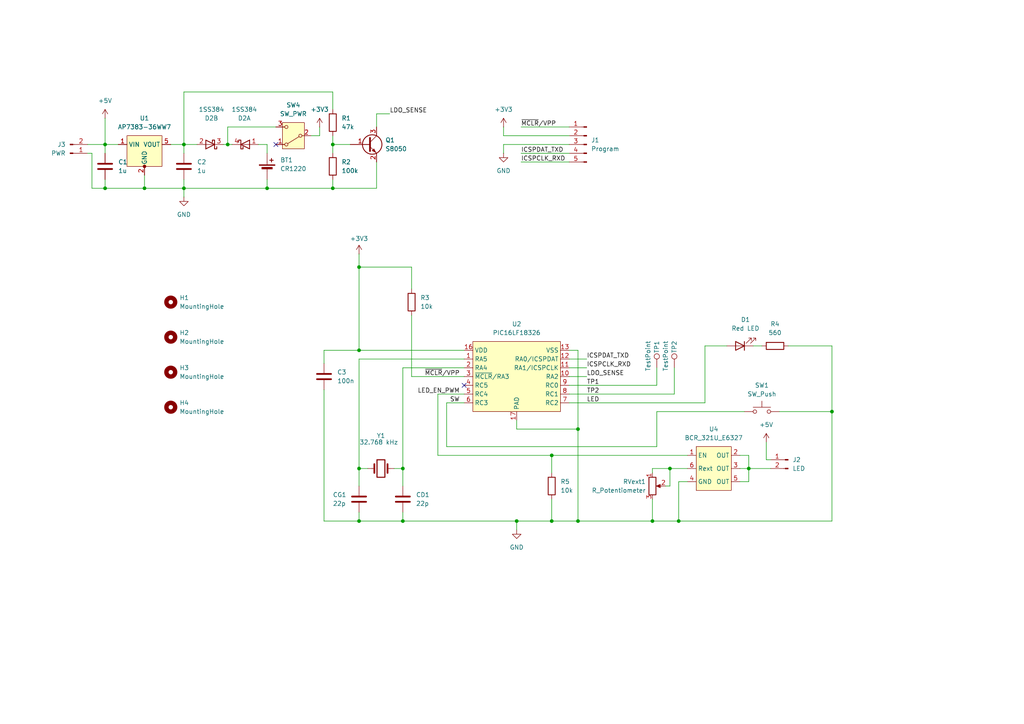
<source format=kicad_sch>
(kicad_sch (version 20231120) (generator "eeschema") (generator_version "8.0")
  (paper "A4")
  (title_block (title "LED Timer") (date "2022-12-12") (rev "1.0") (company "github.com/tomikaa87"))
  (lib_symbols
    (symbol "Connector:Conn_01x02_Pin" (pin_names (offset 1.016) hide)
      (property "Reference" "J" (at 0 2.54 0))
      (property "Value" "Conn_01x02_Pin" (at 0 -5.08 0))
      (symbol "Conn_01x02_Pin_1_1"
        (polyline (pts (xy 1.27 -2.54) (xy 0.8636 -2.54)) (stroke (width 0.1524)))
        (polyline (pts (xy 1.27 0) (xy 0.8636 0)) (stroke (width 0.1524)))
        (rectangle (start 0.8636 -2.413) (end 0 -2.667) (stroke (width 0.1524)) (fill (type outline)))
        (rectangle (start 0.8636 0.127) (end 0 -0.127) (stroke (width 0.1524)) (fill (type outline)))
        (pin passive line (at 5.08 0 180) (length 3.81) (name "Pin_1") (number "1"))
        (pin passive line (at 5.08 -2.54 180) (length 3.81) (name "Pin_2") (number "2"))
      )
    )
    (symbol "Connector:Conn_01x05_Pin" (pin_names (offset 1.016) hide)
      (property "Reference" "J" (at 0 7.62 0))
      (property "Value" "Conn_01x05_Pin" (at 0 -7.62 0))
      (symbol "Conn_01x05_Pin_1_1"
        (polyline (pts (xy 1.27 -5.08) (xy 0.8636 -5.08)) (stroke (width 0.1524)))
        (polyline (pts (xy 1.27 -2.54) (xy 0.8636 -2.54)) (stroke (width 0.1524)))
        (polyline (pts (xy 1.27 0) (xy 0.8636 0)) (stroke (width 0.1524)))
        (polyline (pts (xy 1.27 2.54) (xy 0.8636 2.54)) (stroke (width 0.1524)))
        (polyline (pts (xy 1.27 5.08) (xy 0.8636 5.08)) (stroke (width 0.1524)))
        (rectangle (start 0.8636 -4.953) (end 0 -5.207) (stroke (width 0.1524)) (fill (type outline)))
        (rectangle (start 0.8636 -2.413) (end 0 -2.667) (stroke (width 0.1524)) (fill (type outline)))
        (rectangle (start 0.8636 0.127) (end 0 -0.127) (stroke (width 0.1524)) (fill (type outline)))
        (rectangle (start 0.8636 2.667) (end 0 2.413) (stroke (width 0.1524)) (fill (type outline)))
        (rectangle (start 0.8636 5.207) (end 0 4.953) (stroke (width 0.1524)) (fill (type outline)))
        (pin passive line (at 5.08 5.08 180) (length 3.81) (name "Pin_1") (number "1"))
        (pin passive line (at 5.08 2.54 180) (length 3.81) (name "Pin_2") (number "2"))
        (pin passive line (at 5.08 0 180) (length 3.81) (name "Pin_3") (number "3"))
        (pin passive line (at 5.08 -2.54 180) (length 3.81) (name "Pin_4") (number "4"))
        (pin passive line (at 5.08 -5.08 180) (length 3.81) (name "Pin_5") (number "5"))
      )
    )
    (symbol "Connector:TestPoint" (pin_numbers hide) (pin_names (offset 0.762) hide)
      (property "Reference" "TP" (at 0 6.858 0))
      (property "Value" "TestPoint" (at 0 5.08 0))
      (symbol "TestPoint_0_1"
        (circle (center 0 3.302) (radius 0.762))
      )
      (symbol "TestPoint_1_1"
        (pin passive line (at 0 0 90) (length 2.54) (name "1") (number "1"))
      )
    )
    (symbol "Device:Battery_Cell" (pin_numbers hide) (pin_names (offset 0) hide)
      (property "Reference" "BT" (at 2.54 2.54 0))
      (property "Value" "Battery_Cell" (at 2.54 0 0))
      (symbol "Battery_Cell_0_1"
        (rectangle (start -2.286 1.778) (end 2.286 1.524) (fill (type outline)))
        (rectangle (start -1.524 1.016) (end 1.524 0.508) (fill (type outline)))
        (polyline (pts (xy 0 0.762) (xy 0 0)))
        (polyline (pts (xy 0 1.778) (xy 0 2.54)))
        (polyline (pts (xy 0.762 3.048) (xy 1.778 3.048)) (stroke (width 0.254)))
        (polyline (pts (xy 1.27 3.556) (xy 1.27 2.54)) (stroke (width 0.254)))
      )
      (symbol "Battery_Cell_1_1"
        (pin passive line (at 0 5.08 270) (length 2.54) (name "+") (number "1"))
        (pin passive line (at 0 -2.54 90) (length 2.54) (name "-") (number "2"))
      )
    )
    (symbol "Device:C" (pin_numbers hide) (pin_names (offset 0.254))
      (property "Reference" "C" (at 0.635 2.54 0))
      (property "Value" "C" (at 0.635 -2.54 0))
      (symbol "C_0_1"
        (polyline (pts (xy -2.032 -0.762) (xy 2.032 -0.762)) (stroke (width 0.508)))
        (polyline (pts (xy -2.032 0.762) (xy 2.032 0.762)) (stroke (width 0.508)))
      )
      (symbol "C_1_1"
        (pin passive line (at 0 3.81 270) (length 2.794) (name "~") (number "1"))
        (pin passive line (at 0 -3.81 90) (length 2.794) (name "~") (number "2"))
      )
    )
    (symbol "Device:Crystal" (pin_numbers hide) (pin_names (offset 1.016) hide)
      (property "Reference" "Y" (at 0 3.81 0))
      (property "Value" "Crystal" (at 0 -3.81 0))
      (symbol "Crystal_0_1"
        (rectangle (start -1.143 2.54) (end 1.143 -2.54) (stroke (width 0.3048)))
        (polyline (pts (xy -2.54 0) (xy -1.905 0)))
        (polyline (pts (xy -1.905 -1.27) (xy -1.905 1.27)) (stroke (width 0.508)))
        (polyline (pts (xy 1.905 -1.27) (xy 1.905 1.27)) (stroke (width 0.508)))
        (polyline (pts (xy 2.54 0) (xy 1.905 0)))
      )
      (symbol "Crystal_1_1"
        (pin passive line (at -3.81 0 0) (length 1.27) (name "1") (number "1"))
        (pin passive line (at 3.81 0 180) (length 1.27) (name "2") (number "2"))
      )
    )
    (symbol "Device:LED" (pin_numbers hide) (pin_names (offset 1.016) hide)
      (property "Reference" "D" (at 0 2.54 0))
      (property "Value" "LED" (at 0 -2.54 0))
      (symbol "LED_0_1"
        (polyline (pts (xy -1.27 -1.27) (xy -1.27 1.27)) (stroke (width 0.254)))
        (polyline (pts (xy -1.27 0) (xy 1.27 0)))
        (polyline (pts (xy 1.27 -1.27) (xy 1.27 1.27) (xy -1.27 0) (xy 1.27 -1.27)) (stroke (width 0.254)))
        (polyline (pts (xy -3.048 -0.762) (xy -4.572 -2.286) (xy -3.81 -2.286) (xy -4.572 -2.286) (xy -4.572 -1.524)))
        (polyline (pts (xy -1.778 -0.762) (xy -3.302 -2.286) (xy -2.54 -2.286) (xy -3.302 -2.286) (xy -3.302 -1.524)))
      )
      (symbol "LED_1_1"
        (pin passive line (at -3.81 0 0) (length 2.54) (name "K") (number "1"))
        (pin passive line (at 3.81 0 180) (length 2.54) (name "A") (number "2"))
      )
    )
    (symbol "Device:Q_NPN_BEC" (pin_names (offset 0) hide)
      (property "Reference" "Q" (at 5.08 1.27 0))
      (property "Value" "Q_NPN_BEC" (at 5.08 -1.27 0))
      (symbol "Q_NPN_BEC_0_1"
        (polyline (pts (xy 0.635 0.635) (xy 2.54 2.54)))
        (polyline (pts (xy 0.635 -0.635) (xy 2.54 -2.54) (xy 2.54 -2.54)))
        (polyline (pts (xy 0.635 1.905) (xy 0.635 -1.905) (xy 0.635 -1.905)) (stroke (width 0.508)))
        (polyline (pts (xy 1.27 -1.778) (xy 1.778 -1.27) (xy 2.286 -2.286) (xy 1.27 -1.778) (xy 1.27 -1.778)) (fill (type outline)))
        (circle (center 1.27 0) (radius 2.8194) (stroke (width 0.254)))
      )
      (symbol "Q_NPN_BEC_1_1"
        (pin input line (at -5.08 0 0) (length 5.715) (name "B") (number "1"))
        (pin passive line (at 2.54 -5.08 90) (length 2.54) (name "E") (number "2"))
        (pin passive line (at 2.54 5.08 270) (length 2.54) (name "C") (number "3"))
      )
    )
    (symbol "Device:R" (pin_numbers hide) (pin_names (offset 0))
      (property "Reference" "R" (at 2.032 0 90))
      (property "Value" "R" (at 0 0 90))
      (symbol "R_0_1"
        (rectangle (start -1.016 -2.54) (end 1.016 2.54) (stroke (width 0.254)))
      )
      (symbol "R_1_1"
        (pin passive line (at 0 3.81 270) (length 1.27) (name "~") (number "1"))
        (pin passive line (at 0 -3.81 90) (length 1.27) (name "~") (number "2"))
      )
    )
    (symbol "Device:R_Potentiometer" (pin_names (offset 1.016) hide)
      (property "Reference" "RV" (at -4.445 0 90))
      (property "Value" "R_Potentiometer" (at -2.54 0 90))
      (symbol "R_Potentiometer_0_1"
        (polyline (pts (xy 2.54 0) (xy 1.524 0)))
        (polyline (pts (xy 1.143 0) (xy 2.286 0.508) (xy 2.286 -0.508) (xy 1.143 0)) (fill (type outline)))
        (rectangle (start 1.016 2.54) (end -1.016 -2.54) (stroke (width 0.254)))
      )
      (symbol "R_Potentiometer_1_1"
        (pin passive line (at 0 3.81 270) (length 1.27) (name "1") (number "1"))
        (pin passive line (at 3.81 0 180) (length 1.27) (name "2") (number "2"))
        (pin passive line (at 0 -3.81 90) (length 1.27) (name "3") (number "3"))
      )
    )
    (symbol "LEDTimer:1SS384" (pin_names hide)
      (property "Reference" "D" (at 0 2.794 0))
      (property "Value" "1SS384" (at 0 -6.35 0))
      (symbol "1SS384_0_1"
        (polyline (pts (xy 1.27 0) (xy -1.27 0)))
        (polyline (pts (xy 1.27 1.27) (xy 1.27 -1.27) (xy -1.27 0) (xy 1.27 1.27)) (stroke (width 0.254)))
        (polyline (pts (xy -1.905 0.635) (xy -1.905 1.27) (xy -1.27 1.27) (xy -1.27 -1.27) (xy -0.635 -1.27) (xy -0.635 -0.635)) (stroke (width 0.254)))
      )
      (symbol "1SS384_1_1"
        (pin passive line (at 3.81 0 180) (length 2.54) (name "A") (number "1"))
        (pin passive line (at -3.81 0 0) (length 2.54) (name "K") (number "4"))
      )
      (symbol "1SS384_2_1"
        (pin passive line (at 3.81 0 180) (length 2.54) (name "A") (number "2"))
        (pin passive line (at -3.81 0 0) (length 2.54) (name "K") (number "3"))
      )
    )
    (symbol "LEDTimer:AP7383-36WW7"
      (property "Reference" "U" (at -2.54 17.78 0))
      (property "Value" "AP7383-36WW7" (at -2.54 15.24 0))
      (symbol "AP7383-36WW7_0_1"
        (rectangle (start -7.62 13.97) (end 2.54 5.08) (fill (type background)))
        (rectangle (start -2.54 5.08) (end -2.54 5.08) (stroke (width 1)) (fill (type background)))
        (circle (center -2.54 5.08) (radius 0.0001))
      )
      (symbol "AP7383-36WW7_1_1"
        (pin power_in line (at -10.16 11.43 0) (length 2.54) (name "VIN") (number "1"))
        (pin power_out line (at -2.54 2.54 90) (length 2.54) (name "GND") (number "2"))
        (pin power_out line (at 5.08 11.43 180) (length 2.54) (name "VOUT") (number "5"))
      )
    )
    (symbol "LEDTimer:BCR_421U_E6327"
      (property "Reference" "U" (at -3.81 7.62 0))
      (property "Value" "BCR_421U_E6327" (at 0 -8.89 0))
      (symbol "BCR_421U_E6327_0_0"
        (rectangle (start -5.08 6.35) (end 5.08 -6.35) (fill (type background)))
      )
      (symbol "BCR_421U_E6327_1_1"
        (pin input line (at -7.62 3.81 0) (length 2.54) (name "EN") (number "1"))
        (pin power_out line (at 7.62 3.81 180) (length 2.54) (name "OUT") (number "2"))
        (pin power_out line (at 7.62 0 180) (length 2.54) (name "OUT") (number "3"))
        (pin power_out line (at -7.62 -3.81 0) (length 2.54) (name "GND") (number "4"))
        (pin power_out line (at 7.62 -3.81 180) (length 2.54) (name "OUT") (number "5"))
        (pin passive line (at -7.62 0 0) (length 2.54) (name "Rext") (number "6"))
      )
    )
    (symbol "LEDTimer:PIC16LF18326"
      (property "Reference" "U2" (at 0 15.24 0))
      (property "Value" "PIC16LF18326" (at 0 12.7 0))
      (symbol "PIC16LF18326_0_1"
        (rectangle (start -12.7 10.16) (end 12.7 -10.16) (fill (type background)))
      )
      (symbol "PIC16LF18326_1_1"
        (pin bidirectional line (at -15.24 5.08 0) (length 2.54) (name "RA5") (number "1"))
        (pin bidirectional line (at 15.24 0 180) (length 2.54) (name "RA2") (number "10"))
        (pin bidirectional line (at 15.24 2.54 180) (length 2.54) (name "RA1/ICSPCLK") (number "11"))
        (pin bidirectional line (at 15.24 5.08 180) (length 2.54) (name "RA0/ICSPDAT") (number "12"))
        (pin input line (at 15.24 7.62 180) (length 2.54) (name "VSS") (number "13"))
        (pin input line (at -15.24 7.62 0) (length 2.54) (name "VDD") (number "16"))
        (pin passive line (at 0 -12.7 90) (length 2.54) (name "PAD") (number "17"))
        (pin bidirectional line (at -15.24 2.54 0) (length 2.54) (name "RA4") (number "2"))
        (pin input line (at -15.24 0 0) (length 2.54) (name "~{MCLR}/RA3") (number "3"))
        (pin bidirectional line (at -15.24 -2.54 0) (length 2.54) (name "RC5") (number "4"))
        (pin bidirectional line (at -15.24 -5.08 0) (length 2.54) (name "RC4") (number "5"))
        (pin bidirectional line (at -15.24 -7.62 0) (length 2.54) (name "RC3") (number "6"))
        (pin bidirectional line (at 15.24 -7.62 180) (length 2.54) (name "RC2") (number "7"))
        (pin bidirectional line (at 15.24 -5.08 180) (length 2.54) (name "RC1") (number "8"))
        (pin bidirectional line (at 15.24 -2.54 180) (length 2.54) (name "RC0") (number "9"))
      )
    )
    (symbol "Mechanical:MountingHole" (pin_names (offset 1.016))
      (property "Reference" "H" (at 0 5.08 0))
      (property "Value" "MountingHole" (at 0 3.175 0))
      (symbol "MountingHole_0_1"
        (circle (center 0 0) (radius 1.27) (stroke (width 1.27)))
      )
    )
    (symbol "Switch:SW_Push" (pin_numbers hide) (pin_names (offset 1.016) hide)
      (property "Reference" "SW" (at 1.27 2.54 0))
      (property "Value" "SW_Push" (at 0 -1.524 0))
      (symbol "SW_Push_0_1"
        (circle (center -2.032 0) (radius 0.508))
        (polyline (pts (xy 0 1.27) (xy 0 3.048)))
        (polyline (pts (xy 2.54 1.27) (xy -2.54 1.27)))
        (circle (center 2.032 0) (radius 0.508))
        (pin passive line (at -5.08 0 0) (length 2.54) (name "1") (number "1"))
        (pin passive line (at 5.08 0 180) (length 2.54) (name "2") (number "2"))
      )
    )
    (symbol "Switch:SW_SPDT" (pin_names (offset 0) hide)
      (property "Reference" "SW" (at 0 5.08 0))
      (property "Value" "SW_SPDT" (at 0 -5.08 0))
      (symbol "SW_SPDT_0_1"
        (circle (center -2.032 0) (radius 0.4572))
        (polyline (pts (xy -1.651 0.254) (xy 1.651 2.286)))
        (circle (center 2.032 -2.54) (radius 0.4572))
        (circle (center 2.032 2.54) (radius 0.4572))
      )
      (symbol "SW_SPDT_1_1"
        (rectangle (start -3.175 3.81) (end 3.175 -3.81) (fill (type background)))
        (pin passive line (at 5.08 2.54 180) (length 2.54) (name "A") (number "1"))
        (pin passive line (at -5.08 0 0) (length 2.54) (name "B") (number "2"))
        (pin passive line (at 5.08 -2.54 180) (length 2.54) (name "C") (number "3"))
      )
    )
    (symbol "power:+3V3" (power) (pin_numbers hide) (pin_names (offset 0) hide)
      (property "Value" "+3V3" (at 0 3.556 0))
      (symbol "+3V3_0_1"
        (polyline (pts (xy -0.762 1.27) (xy 0 2.54)))
        (polyline (pts (xy 0 0) (xy 0 2.54)))
        (polyline (pts (xy 0 2.54) (xy 0.762 1.27)))
      )
      (symbol "+3V3_1_1"
        (pin power_in line (at 0 0 90) (length 0) (name "~") (number "1"))
      )
    )
    (symbol "power:+5V" (power) (pin_numbers hide) (pin_names (offset 0) hide)
      (property "Value" "+5V" (at 0 3.556 0))
      (symbol "+5V_0_1"
        (polyline (pts (xy -0.762 1.27) (xy 0 2.54)))
        (polyline (pts (xy 0 0) (xy 0 2.54)))
        (polyline (pts (xy 0 2.54) (xy 0.762 1.27)))
      )
      (symbol "+5V_1_1"
        (pin power_in line (at 0 0 90) (length 0) (name "~") (number "1"))
      )
    )
    (symbol "power:GND" (power) (pin_numbers hide) (pin_names (offset 0) hide)
      (property "Value" "GND" (at 0 -3.81 0))
      (symbol "GND_0_1"
        (polyline (pts (xy 0 0) (xy 0 -1.27) (xy 1.27 -1.27) (xy 0 -2.54) (xy -1.27 -1.27) (xy 0 -1.27)))
      )
      (symbol "GND_1_1"
        (pin power_in line (at 0 0 270) (length 0) (name "~") (number "1"))
      )
    )
  )
  (junction (at 160.02 151.13))
  (junction (at 30.48 54.61))
  (junction (at 167.64 124.46))
  (junction (at 30.48 41.91))
  (junction (at 116.84 135.89))
  (junction (at 53.34 41.91))
  (junction (at 104.14 77.47))
  (junction (at 53.34 54.61))
  (junction (at 66.04 41.91))
  (junction (at 194.31 135.89))
  (junction (at 116.84 151.13))
  (junction (at 96.52 54.61))
  (junction (at 104.14 101.6))
  (junction (at 77.47 54.61))
  (junction (at 104.14 135.89))
  (junction (at 189.23 151.13))
  (junction (at 241.3 119.38))
  (junction (at 160.02 132.08))
  (junction (at 217.17 135.89))
  (junction (at 149.86 151.13))
  (junction (at 41.91 54.61))
  (junction (at 96.52 41.91))
  (junction (at 167.64 151.13))
  (junction (at 196.85 151.13))
  (junction (at 104.14 151.13))
  (no_connect (at 80.01 41.91))
  (no_connect (at 134.62 111.76))
  (wire (pts (xy 53.34 26.67) (xy 53.34 41.91)))
  (wire (pts (xy 74.93 41.91) (xy 77.47 41.91)))
  (wire (pts (xy 104.14 135.89) (xy 104.14 140.97)))
  (wire (pts (xy 96.52 41.91) (xy 101.6 41.91)))
  (wire (pts (xy 116.84 135.89) (xy 116.84 140.97)))
  (wire (pts (xy 30.48 54.61) (xy 41.91 54.61)))
  (wire (pts (xy 96.52 26.67) (xy 53.34 26.67)))
  (wire (pts (xy 119.38 77.47) (xy 119.38 83.82)))
  (wire (pts (xy 196.85 151.13) (xy 196.85 139.7)))
  (wire (pts (xy 149.86 124.46) (xy 167.64 124.46)))
  (wire (pts (xy 134.62 104.14) (xy 104.14 104.14)))
  (wire (pts (xy 165.1 101.6) (xy 167.64 101.6)))
  (wire (pts (xy 199.39 135.89) (xy 194.31 135.89)))
  (wire (pts (xy 25.4 41.91) (xy 30.48 41.91)))
  (wire (pts (xy 146.05 41.91) (xy 165.1 41.91)))
  (wire (pts (xy 53.34 41.91) (xy 57.15 41.91)))
  (wire (pts (xy 109.22 36.83) (xy 109.22 33.02)))
  (wire (pts (xy 104.14 77.47) (xy 104.14 101.6)))
  (wire (pts (xy 104.14 101.6) (xy 134.62 101.6)))
  (wire (pts (xy 92.71 39.37) (xy 92.71 36.83)))
  (wire (pts (xy 116.84 151.13) (xy 149.86 151.13)))
  (wire (pts (xy 30.48 52.07) (xy 30.48 54.61)))
  (wire (pts (xy 53.34 52.07) (xy 53.34 54.61)))
  (wire (pts (xy 104.14 77.47) (xy 119.38 77.47)))
  (wire (pts (xy 41.91 54.61) (xy 53.34 54.61)))
  (wire (pts (xy 165.1 109.22) (xy 170.18 109.22)))
  (wire (pts (xy 222.25 133.35) (xy 223.52 133.35)))
  (wire (pts (xy 189.23 135.89) (xy 189.23 137.16)))
  (wire (pts (xy 217.17 132.08) (xy 217.17 135.89)))
  (wire (pts (xy 30.48 34.29) (xy 30.48 41.91)))
  (wire (pts (xy 77.47 54.61) (xy 96.52 54.61)))
  (wire (pts (xy 53.34 54.61) (xy 53.34 57.15)))
  (wire (pts (xy 160.02 132.08) (xy 160.02 137.16)))
  (wire (pts (xy 151.13 44.45) (xy 165.1 44.45)))
  (wire (pts (xy 114.3 135.89) (xy 116.84 135.89)))
  (wire (pts (xy 160.02 144.78) (xy 160.02 151.13)))
  (wire (pts (xy 53.34 54.61) (xy 77.47 54.61)))
  (wire (pts (xy 189.23 151.13) (xy 196.85 151.13)))
  (wire (pts (xy 241.3 100.33) (xy 241.3 119.38)))
  (wire (pts (xy 104.14 151.13) (xy 116.84 151.13)))
  (wire (pts (xy 53.34 41.91) (xy 53.34 44.45)))
  (wire (pts (xy 127 132.08) (xy 127 114.3)))
  (wire (pts (xy 214.63 135.89) (xy 217.17 135.89)))
  (wire (pts (xy 241.3 119.38) (xy 241.3 151.13)))
  (wire (pts (xy 104.14 135.89) (xy 106.68 135.89)))
  (wire (pts (xy 109.22 33.02) (xy 113.03 33.02)))
  (wire (pts (xy 77.47 52.07) (xy 77.47 54.61)))
  (wire (pts (xy 93.98 105.41) (xy 93.98 101.6)))
  (wire (pts (xy 66.04 36.83) (xy 66.04 41.91)))
  (wire (pts (xy 204.47 100.33) (xy 204.47 116.84)))
  (wire (pts (xy 195.58 106.68) (xy 195.58 114.3)))
  (wire (pts (xy 90.17 39.37) (xy 92.71 39.37)))
  (wire (pts (xy 165.1 104.14) (xy 170.18 104.14)))
  (wire (pts (xy 25.4 44.45) (xy 26.67 44.45)))
  (wire (pts (xy 190.5 119.38) (xy 190.5 129.54)))
  (wire (pts (xy 146.05 41.91) (xy 146.05 44.45)))
  (wire (pts (xy 77.47 41.91) (xy 77.47 44.45)))
  (wire (pts (xy 218.44 100.33) (xy 220.98 100.33)))
  (wire (pts (xy 193.04 140.97) (xy 194.31 140.97)))
  (wire (pts (xy 104.14 104.14) (xy 104.14 135.89)))
  (wire (pts (xy 93.98 101.6) (xy 104.14 101.6)))
  (wire (pts (xy 30.48 41.91) (xy 34.29 41.91)))
  (wire (pts (xy 160.02 151.13) (xy 167.64 151.13)))
  (wire (pts (xy 26.67 54.61) (xy 30.48 54.61)))
  (wire (pts (xy 109.22 46.99) (xy 109.22 54.61)))
  (wire (pts (xy 116.84 106.68) (xy 116.84 135.89)))
  (wire (pts (xy 190.5 111.76) (xy 190.5 106.68)))
  (wire (pts (xy 160.02 151.13) (xy 149.86 151.13)))
  (wire (pts (xy 93.98 151.13) (xy 104.14 151.13)))
  (wire (pts (xy 129.54 116.84) (xy 129.54 129.54)))
  (wire (pts (xy 41.91 50.8) (xy 41.91 54.61)))
  (wire (pts (xy 226.06 119.38) (xy 241.3 119.38)))
  (wire (pts (xy 104.14 73.66) (xy 104.14 77.47)))
  (wire (pts (xy 190.5 129.54) (xy 129.54 129.54)))
  (wire (pts (xy 66.04 36.83) (xy 80.01 36.83)))
  (wire (pts (xy 194.31 140.97) (xy 194.31 135.89)))
  (wire (pts (xy 222.25 128.27) (xy 222.25 133.35)))
  (wire (pts (xy 149.86 151.13) (xy 149.86 153.67)))
  (wire (pts (xy 149.86 121.92) (xy 149.86 124.46)))
  (wire (pts (xy 104.14 148.59) (xy 104.14 151.13)))
  (wire (pts (xy 93.98 113.03) (xy 93.98 151.13)))
  (wire (pts (xy 165.1 111.76) (xy 190.5 111.76)))
  (wire (pts (xy 167.64 101.6) (xy 167.64 124.46)))
  (wire (pts (xy 30.48 41.91) (xy 30.48 44.45)))
  (wire (pts (xy 96.52 39.37) (xy 96.52 41.91)))
  (wire (pts (xy 167.64 151.13) (xy 189.23 151.13)))
  (wire (pts (xy 189.23 144.78) (xy 189.23 151.13)))
  (wire (pts (xy 116.84 151.13) (xy 116.84 148.59)))
  (wire (pts (xy 165.1 116.84) (xy 204.47 116.84)))
  (wire (pts (xy 134.62 106.68) (xy 116.84 106.68)))
  (wire (pts (xy 217.17 135.89) (xy 223.52 135.89)))
  (wire (pts (xy 49.53 41.91) (xy 53.34 41.91)))
  (wire (pts (xy 129.54 116.84) (xy 134.62 116.84)))
  (wire (pts (xy 146.05 39.37) (xy 146.05 36.83)))
  (wire (pts (xy 119.38 109.22) (xy 134.62 109.22)))
  (wire (pts (xy 196.85 151.13) (xy 241.3 151.13)))
  (wire (pts (xy 214.63 139.7) (xy 217.17 139.7)))
  (wire (pts (xy 194.31 135.89) (xy 189.23 135.89)))
  (wire (pts (xy 151.13 46.99) (xy 165.1 46.99)))
  (wire (pts (xy 151.13 36.83) (xy 165.1 36.83)))
  (wire (pts (xy 190.5 119.38) (xy 215.9 119.38)))
  (wire (pts (xy 26.67 44.45) (xy 26.67 54.61)))
  (wire (pts (xy 66.04 41.91) (xy 67.31 41.91)))
  (wire (pts (xy 165.1 106.68) (xy 170.18 106.68)))
  (wire (pts (xy 119.38 91.44) (xy 119.38 109.22)))
  (wire (pts (xy 64.77 41.91) (xy 66.04 41.91)))
  (wire (pts (xy 127 114.3) (xy 134.62 114.3)))
  (wire (pts (xy 214.63 132.08) (xy 217.17 132.08)))
  (wire (pts (xy 204.47 100.33) (xy 210.82 100.33)))
  (wire (pts (xy 196.85 139.7) (xy 199.39 139.7)))
  (wire (pts (xy 165.1 114.3) (xy 195.58 114.3)))
  (wire (pts (xy 217.17 139.7) (xy 217.17 135.89)))
  (wire (pts (xy 96.52 41.91) (xy 96.52 44.45)))
  (wire (pts (xy 146.05 39.37) (xy 165.1 39.37)))
  (wire (pts (xy 96.52 52.07) (xy 96.52 54.61)))
  (wire (pts (xy 109.22 54.61) (xy 96.52 54.61)))
  (wire (pts (xy 127 132.08) (xy 160.02 132.08)))
  (wire (pts (xy 160.02 132.08) (xy 199.39 132.08)))
  (wire (pts (xy 228.6 100.33) (xy 241.3 100.33)))
  (wire (pts (xy 96.52 31.75) (xy 96.52 26.67)))
  (wire (pts (xy 167.64 124.46) (xy 167.64 151.13)))
  (label "SW" (at 133.35 116.84 180))
  (label "LED" (at 170.18 116.84 0))
  (label "~{MCLR}{slash}VPP" (at 133.35 109.22 180))
  (label "~{MCLR}{slash}VPP" (at 151.13 36.83 0))
  (label "LDO_SENSE" (at 170.18 109.22 0))
  (label "LED_EN_PWM" (at 133.35 114.3 180))
  (label "ICSPDAT_TXD" (at 151.13 44.45 0))
  (label "TP2" (at 170.18 114.3 0))
  (label "TP1" (at 170.18 111.76 0))
  (label "ICSPDAT_TXD" (at 170.18 104.14 0))
  (label "LDO_SENSE" (at 113.03 33.02 0))
  (label "ICSPCLK_RXD" (at 170.18 106.68 0))
  (label "ICSPCLK_RXD" (at 151.13 46.99 0))
  (symbol (lib_id "Mechanical:MountingHole") (at 49.53 97.79 0) (unit 1)
    (property "Reference" "H2" (at 52.07 96.5199 0) (effects (justify left)))
    (property "Value" "MountingHole" (at 52.07 99.0599 0) (effects (justify left)))
    (property "Footprint" "MountingHole:MountingHole_2.2mm_M2_Pad_Via" (effects (hide yes)))
  )
  (symbol (lib_id "Device:C") (at 93.98 109.22 0) (unit 1)
    (property "Reference" "C3" (at 97.79 107.9499 0) (effects (justify left)))
    (property "Value" "100n" (at 97.79 110.4899 0) (effects (justify left)))
    (property "Footprint" "Capacitor_SMD:C_0805_2012Metric_Pad1.18x1.45mm_HandSolder" (effects (hide yes)))
  )
  (symbol (lib_id "Connector:Conn_01x05_Pin") (at 170.18 41.91 0) (mirror y) (unit 1)
    (property "Reference" "J1" (at 171.45 40.6399 0) (effects (justify right)))
    (property "Value" "Program" (at 171.45 43.1799 0) (effects (justify right)))
    (property "Footprint" "Connector_PinHeader_2.54mm:PinHeader_1x05_P2.54mm_Vertical" (effects (hide yes)))
    (property "Datasheet" "http://ww1.microchip.com/downloads/en/devicedoc/52116a.pdf" (effects (hide yes)))
    (property "Description" "Generic connector, single row, 01x05, script generated" (effects (hide yes)))
  )
  (symbol (lib_id "Device:R") (at 224.79 100.33 90) (unit 1)
    (property "Reference" "R4" (at 224.79 93.98 90))
    (property "Value" "560" (at 224.79 96.52 90))
    (property "Footprint" "Resistor_SMD:R_0805_2012Metric_Pad1.20x1.40mm_HandSolder" (effects (hide yes)))
    (property "Description" "Resistor" (effects (hide yes)))
  )
  (symbol (lib_id "Device:R") (at 160.02 140.97 0) (unit 1)
    (property "Reference" "R5" (at 162.56 139.6999 0) (effects (justify left)))
    (property "Value" "10k" (at 162.56 142.2399 0) (effects (justify left)))
    (property "Footprint" "Resistor_SMD:R_0805_2012Metric_Pad1.20x1.40mm_HandSolder" (effects (hide yes)))
  )
  (symbol (lib_id "Device:LED") (at 214.63 100.33 180) (unit 1)
    (property "Reference" "D1" (at 216.2175 92.71 0))
    (property "Value" "Red LED" (at 216.2175 95.25 0))
    (property "Footprint" "LED_SMD:LED_0805_2012Metric_Pad1.15x1.40mm_HandSolder" (effects (hide yes)))
    (property "Description" "Light emitting diode" (effects (hide yes)))
  )
  (symbol (lib_id "power:+3V3") (at 146.05 36.83 0) (unit 1)
    (property "Reference" "#PWR06" (effects (hide yes)))
    (property "Value" "+3V3" (at 146.05 31.75 0))
    (property "Description" "Power symbol creates a global label with name \"+3V3\"" (effects (hide yes)))
  )
  (symbol (lib_id "power:+3V3") (at 104.14 73.66 0) (unit 1)
    (property "Reference" "#PWR04" (effects (hide yes)))
    (property "Value" "+3V3" (at 104.14 69.215 0))
    (property "Description" "Power symbol creates a global label with name \"+3V3\"" (effects (hide yes)))
  )
  (symbol (lib_id "Mechanical:MountingHole") (at 49.53 107.95 0) (unit 1)
    (property "Reference" "H3" (at 52.07 106.6799 0) (effects (justify left)))
    (property "Value" "MountingHole" (at 52.07 109.2199 0) (effects (justify left)))
    (property "Footprint" "MountingHole:MountingHole_2.2mm_M2_Pad_Via" (effects (hide yes)))
  )
  (symbol (lib_id "Connector:Conn_01x02_Pin") (at 20.32 44.45 0) (mirror x) (unit 1)
    (property "Reference" "J3" (at 19.05 41.9099 0) (effects (justify right)))
    (property "Value" "PWR" (at 19.05 44.4499 0) (effects (justify right)))
    (property "Footprint" "Connector_PinHeader_2.54mm:PinHeader_1x02_P2.54mm_Horizontal" (effects (hide yes)))
    (property "Description" "Generic connector, single row, 01x02, script generated" (effects (hide yes)))
  )
  (symbol (lib_id "Switch:SW_Push") (at 220.98 119.38 0) (mirror y) (unit 1)
    (property "Reference" "SW1" (at 220.98 111.76 0))
    (property "Value" "SW_Push" (at 220.98 114.3 0))
    (property "Footprint" "Button_Switch_SMD:SW_SPST_TL3305A" (effects (hide yes)))
  )
  (symbol (lib_id "Mechanical:MountingHole") (at 49.53 87.63 0) (unit 1)
    (property "Reference" "H1" (at 52.07 86.3599 0) (effects (justify left)))
    (property "Value" "MountingHole" (at 52.07 88.8999 0) (effects (justify left)))
    (property "Footprint" "MountingHole:MountingHole_2.2mm_M2_Pad_Via" (effects (hide yes)))
  )
  (symbol (lib_id "Device:R") (at 119.38 87.63 0) (unit 1)
    (property "Reference" "R3" (at 121.92 86.3599 0) (effects (justify left)))
    (property "Value" "10k" (at 121.92 88.8999 0) (effects (justify left)))
    (property "Footprint" "Resistor_SMD:R_0805_2012Metric_Pad1.20x1.40mm_HandSolder" (effects (hide yes)))
  )
  (symbol (lib_id "Connector:TestPoint") (at 190.5 106.68 0) (unit 1)
    (property "Reference" "TP1" (at 190.5 98.806 90) (effects (justify right)))
    (property "Value" "TestPoint" (at 187.96 98.806 90) (effects (justify right)))
    (property "Footprint" "TestPoint:TestPoint_Pad_D1.5mm" (effects (hide yes)))
    (property "Description" "test point" (effects (hide yes)))
  )
  (symbol (lib_id "Mechanical:MountingHole") (at 49.53 118.11 0) (unit 1)
    (property "Reference" "H4" (at 52.07 116.8399 0) (effects (justify left)))
    (property "Value" "MountingHole" (at 52.07 119.3799 0) (effects (justify left)))
    (property "Footprint" "MountingHole:MountingHole_2.2mm_M2_Pad_Via" (effects (hide yes)))
  )
  (symbol (lib_id "Connector:Conn_01x02_Pin") (at 228.6 133.35 0) (mirror y) (unit 1)
    (property "Reference" "J2" (at 229.87 133.3499 0) (effects (justify right)))
    (property "Value" "LED" (at 229.87 135.8899 0) (effects (justify right)))
    (property "Footprint" "Connector_PinHeader_2.54mm:PinHeader_1x02_P2.54mm_Horizontal" (effects (hide yes)))
    (property "Description" "Generic connector, single row, 01x02, script generated" (effects (hide yes)))
  )
  (symbol (lib_id "Connector:TestPoint") (at 195.58 106.68 0) (unit 1)
    (property "Reference" "TP2" (at 195.58 98.806 90) (effects (justify right)))
    (property "Value" "TestPoint" (at 193.04 98.806 90) (effects (justify right)))
    (property "Footprint" "TestPoint:TestPoint_Pad_D1.5mm" (effects (hide yes)))
    (property "Description" "test point" (effects (hide yes)))
  )
  (symbol (lib_id "power:GND") (at 146.05 44.45 0) (unit 1)
    (property "Reference" "#PWR07" (effects (hide yes)))
    (property "Value" "GND" (at 146.05 49.53 0))
    (property "Description" "Power symbol creates a global label with name \"GND\" , ground" (effects (hide yes)))
  )
  (symbol (lib_id "LEDTimer:AP7383-36WW7") (at 44.45 53.34 0) (unit 1)
    (property "Reference" "U1" (at 41.91 34.29 0))
    (property "Value" "AP7383-36WW7" (at 41.91 36.83 0))
    (property "Footprint" "Package_TO_SOT_SMD:SOT-23-5" (effects (hide yes)))
    (property "Datasheet" "https://4donline.ihs.com/images/VipMasterIC/IC/DIOD/DIOD-S-A0009691348/DIOD-S-A0009865516-1.pdf?hkey=52A5661711E402568146F3353EA87419" (effects (hide yes)))
  )
  (symbol (lib_id "Device:Q_NPN_BEC") (at 106.68 41.91 0) (unit 1)
    (property "Reference" "Q1" (at 111.76 40.6399 0) (effects (justify left)))
    (property "Value" "S8050" (at 111.76 43.1799 0) (effects (justify left)))
    (property "Footprint" "Package_TO_SOT_SMD:SOT-23" (effects (hide yes)))
    (property "Datasheet" "https://datasheet.lcsc.com/lcsc/1811101032_HT-Shenzhen-Jinyu-Semicon-S8050_C259988.pdf" (effects (hide yes)))
  )
  (symbol (lib_id "Device:Crystal") (at 110.49 135.89 0) (unit 1)
    (property "Reference" "Y1" (at 110.49 126.365 0))
    (property "Value" "32.768 kHz" (at 109.855 128.27 0))
    (property "Footprint" "Crystal:Crystal_SMD_MicroCrystal_CC8V-T1A-2Pin_2.0x1.2mm_HandSoldering" (effects (hide yes)))
    (property "Description" "Two pin crystal" (effects (hide yes)))
  )
  (symbol (lib_id "Device:C") (at 116.84 144.78 0) (unit 1)
    (property "Reference" "CD1" (at 120.65 143.5099 0) (effects (justify left)))
    (property "Value" "22p" (at 120.65 146.0499 0) (effects (justify left)))
    (property "Footprint" "Capacitor_SMD:C_0805_2012Metric_Pad1.18x1.45mm_HandSolder" (effects (hide yes)))
  )
  (symbol (lib_id "Device:R") (at 96.52 48.26 0) (unit 1)
    (property "Reference" "R2" (at 99.06 46.9899 0) (effects (justify left)))
    (property "Value" "100k" (at 99.06 49.5299 0) (effects (justify left)))
    (property "Footprint" "Resistor_SMD:R_0805_2012Metric_Pad1.20x1.40mm_HandSolder" (effects (hide yes)))
  )
  (symbol (lib_id "Device:C") (at 30.48 48.26 0) (unit 1)
    (property "Reference" "C1" (at 34.29 46.9899 0) (effects (justify left)))
    (property "Value" "1u" (at 34.29 49.5299 0) (effects (justify left)))
    (property "Footprint" "Capacitor_SMD:C_0805_2012Metric_Pad1.18x1.45mm_HandSolder" (effects (hide yes)))
  )
  (symbol (lib_id "Device:C") (at 104.14 144.78 0) (unit 1)
    (property "Reference" "CG1" (at 96.52 143.51 0) (effects (justify left)))
    (property "Value" "22p" (at 96.52 146.05 0) (effects (justify left)))
    (property "Footprint" "Capacitor_SMD:C_0805_2012Metric_Pad1.18x1.45mm_HandSolder" (effects (hide yes)))
  )
  (symbol (lib_id "Device:Battery_Cell") (at 77.47 49.53 0) (unit 1)
    (property "Reference" "BT1" (at 81.28 46.4184 0) (effects (justify left)))
    (property "Value" "CR1220" (at 81.28 48.9584 0) (effects (justify left)))
    (property "Footprint" "Battery:BatteryHolder_Keystone_3001_1x12mm" (effects (hide yes)))
    (property "Description" "Single-cell battery" (effects (hide yes)))
    (property "category" "Batt" (effects (hide yes)))
    (property "device class L1" "unset" (effects (hide yes)))
    (property "device class L2" "unset" (effects (hide yes)))
    (property "device class L3" "unset" (effects (hide yes)))
    (property "height" "5.35mm" (effects (hide yes)))
    (property "ipc land pattern name" "CAPAD1016W80L630D240" (effects (hide yes)))
    (property "lead free" "yes" (effects (hide yes)))
    (property "library id" "becd477f1eeb5d71" (effects (hide yes)))
    (property "manufacturer" "Renata" (effects (hide yes)))
    (property "mouser description" "Coin Cell Battery Holders THRU HOLE FOR CR2032" (effects (hide yes)))
    (property "mouser part number" "614-HU2032-LF" (effects (hide yes)))
    (property "package" "PTH2" (effects (hide yes)))
    (property "rohs" "yes" (effects (hide yes)))
    (property "standoff height" "0mm" (effects (hide yes)))
    (property "temperature range high" "+100°C" (effects (hide yes)))
    (property "temperature range low" "-40°C" (effects (hide yes)))
  )
  (symbol (lib_id "Device:C") (at 53.34 48.26 0) (unit 1)
    (property "Reference" "C2" (at 57.15 46.9899 0) (effects (justify left)))
    (property "Value" "1u" (at 57.15 49.5299 0) (effects (justify left)))
    (property "Footprint" "Capacitor_SMD:C_0805_2012Metric_Pad1.18x1.45mm_HandSolder" (effects (hide yes)))
  )
  (symbol (lib_id "LEDTimer:PIC16LF18326") (at 149.86 109.22 0) (unit 1)
    (property "Reference" "U2" (at 149.86 93.98 0))
    (property "Value" "PIC16LF18326" (at 149.86 96.52 0))
    (property "Footprint" "Package_DFN_QFN:UQFN-16-1EP_4x4mm_P0.65mm_EP2.6x2.6mm" (effects (hide yes)))
    (property "Datasheet" "http://ww1.microchip.com/downloads/en/devicedoc/40001839b.pdf" (effects (hide yes)))
  )
  (symbol (lib_id "Device:R") (at 96.52 35.56 0) (unit 1)
    (property "Reference" "R1" (at 99.06 34.2899 0) (effects (justify left)))
    (property "Value" "47k" (at 99.06 36.8299 0) (effects (justify left)))
    (property "Footprint" "Resistor_SMD:R_0805_2012Metric_Pad1.20x1.40mm_HandSolder" (effects (hide yes)))
  )
  (symbol (lib_id "power:GND") (at 149.86 153.67 0) (unit 1)
    (property "Reference" "#PWR05" (effects (hide yes)))
    (property "Value" "GND" (at 149.86 158.75 0))
    (property "Description" "Power symbol creates a global label with name \"GND\" , ground" (effects (hide yes)))
  )
  (symbol (lib_id "power:+5V") (at 30.48 34.29 0) (unit 1)
    (property "Reference" "#PWR01" (effects (hide yes)))
    (property "Value" "+5V" (at 30.48 29.21 0))
    (property "Description" "Power symbol creates a global label with name \"+5V\"" (effects (hide yes)))
  )
  (symbol (lib_id "LEDTimer:1SS384") (at 71.12 41.91 0) (unit 1)
    (property "Reference" "D2" (at 70.866 34.29 0))
    (property "Value" "1SS384" (at 70.866 31.75 0))
    (property "Footprint" "Package_TO_SOT_SMD:SOT-343_SC-70-4" (effects (hide yes)))
    (property "Datasheet" "https://hu.mouser.com/datasheet/2/408/1SS384_datasheet_en_20180907-1133053.pdf" (effects (hide yes)))
    (property "Description" "1SS384" (effects (hide yes)))
  )
  (symbol (lib_id "power:+3V3") (at 92.71 36.83 0) (unit 1)
    (property "Reference" "#PWR03" (effects (hide yes)))
    (property "Value" "+3V3" (at 92.71 31.75 0))
    (property "Description" "Power symbol creates a global label with name \"+3V3\"" (effects (hide yes)))
  )
  (symbol (lib_id "Device:R_Potentiometer") (at 189.23 140.97 0) (unit 1)
    (property "Reference" "RVext1" (at 187.325 139.6999 0) (effects (justify right)))
    (property "Value" "R_Potentiometer" (at 187.325 142.2399 0) (effects (justify right)))
    (property "Footprint" "Potentiometer_SMD:Potentiometer_Bourns_TC33X_Vertical" (effects (hide yes)))
  )
  (symbol (lib_id "LEDTimer:BCR_421U_E6327") (at 207.01 135.89 0) (unit 1)
    (property "Reference" "U4" (at 207.01 124.46 0))
    (property "Value" "BCR_321U_E6327" (at 207.01 127 0))
    (property "Footprint" "Package_TO_SOT_SMD:SC-74-6_1.55x2.9mm_P0.95mm" (effects (hide yes)))
    (property "Datasheet" "https://www.infineon.com/dgdl/Infineon-BCR320U_BCR321U-DataSheet-v02_02-EN.pdf?fileId=5546d4624b0b249c014b7d69949b463b" (effects (hide yes)))
  )
  (symbol (lib_id "Switch:SW_SPDT") (at 85.09 39.37 180) (unit 1)
    (property "Reference" "SW4" (at 85.09 30.48 0))
    (property "Value" "SW_PWR" (at 85.09 33.02 0))
    (property "Footprint" "SPDT Switch:1825232-1" (effects (hide yes)))
    (property "Description" "Switch, single pole double throw" (effects (hide yes)))
  )
  (symbol (lib_id "LEDTimer:1SS384") (at 60.96 41.91 180) (unit 2)
    (property "Reference" "D2" (at 61.341 34.29 0))
    (property "Value" "1SS384" (at 61.341 31.75 0))
    (property "Footprint" "Package_TO_SOT_SMD:SOT-343_SC-70-4" (effects (hide yes)))
    (property "Datasheet" "https://hu.mouser.com/datasheet/2/408/1SS384_datasheet_en_20180907-1133053.pdf" (effects (hide yes)))
    (property "Description" "1SS384" (effects (hide yes)))
  )
  (symbol (lib_id "power:+5V") (at 222.25 128.27 0) (unit 1)
    (property "Reference" "#PWR08" (effects (hide yes)))
    (property "Value" "+5V" (at 222.25 123.19 0))
    (property "Description" "Power symbol creates a global label with name \"+5V\"" (effects (hide yes)))
  )
  (symbol (lib_id "power:GND") (at 53.34 57.15 0) (unit 1)
    (property "Reference" "#PWR02" (effects (hide yes)))
    (property "Value" "GND" (at 53.34 62.23 0))
    (property "Description" "Power symbol creates a global label with name \"GND\" , ground" (effects (hide yes)))
  )
)
</source>
